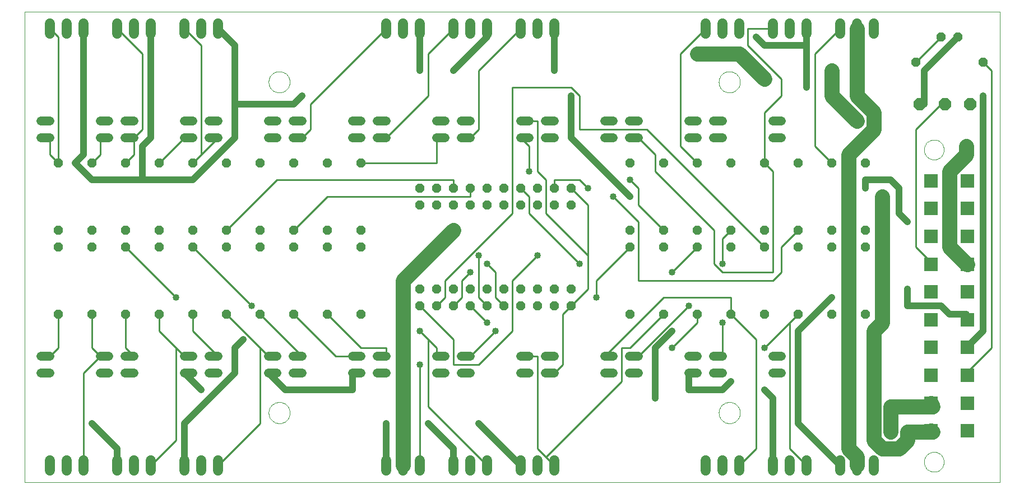
<source format=gtl>
G75*
G70*
%OFA0B0*%
%FSLAX24Y24*%
%IPPOS*%
%LPD*%
%AMOC8*
5,1,8,0,0,1.08239X$1,22.5*
%
%ADD10C,0.0000*%
%ADD11C,0.0600*%
%ADD12C,0.0520*%
%ADD13OC8,0.0520*%
%ADD14R,0.0827X0.0827*%
%ADD15OC8,0.0750*%
%ADD16OC8,0.0560*%
%ADD17C,0.0100*%
%ADD18C,0.0400*%
%ADD19C,0.0400*%
%ADD20C,0.0900*%
D10*
X002202Y004500D02*
X002202Y032500D01*
X060202Y032500D01*
X060202Y004500D01*
X002202Y004500D01*
X016729Y008634D02*
X016731Y008684D01*
X016737Y008734D01*
X016747Y008783D01*
X016761Y008831D01*
X016778Y008878D01*
X016799Y008923D01*
X016824Y008967D01*
X016852Y009008D01*
X016884Y009047D01*
X016918Y009084D01*
X016955Y009118D01*
X016995Y009148D01*
X017037Y009175D01*
X017081Y009199D01*
X017127Y009220D01*
X017174Y009236D01*
X017222Y009249D01*
X017272Y009258D01*
X017321Y009263D01*
X017372Y009264D01*
X017422Y009261D01*
X017471Y009254D01*
X017520Y009243D01*
X017568Y009228D01*
X017614Y009210D01*
X017659Y009188D01*
X017702Y009162D01*
X017743Y009133D01*
X017782Y009101D01*
X017818Y009066D01*
X017850Y009028D01*
X017880Y008988D01*
X017907Y008945D01*
X017930Y008901D01*
X017949Y008855D01*
X017965Y008807D01*
X017977Y008758D01*
X017985Y008709D01*
X017989Y008659D01*
X017989Y008609D01*
X017985Y008559D01*
X017977Y008510D01*
X017965Y008461D01*
X017949Y008413D01*
X017930Y008367D01*
X017907Y008323D01*
X017880Y008280D01*
X017850Y008240D01*
X017818Y008202D01*
X017782Y008167D01*
X017743Y008135D01*
X017702Y008106D01*
X017659Y008080D01*
X017614Y008058D01*
X017568Y008040D01*
X017520Y008025D01*
X017471Y008014D01*
X017422Y008007D01*
X017372Y008004D01*
X017321Y008005D01*
X017272Y008010D01*
X017222Y008019D01*
X017174Y008032D01*
X017127Y008048D01*
X017081Y008069D01*
X017037Y008093D01*
X016995Y008120D01*
X016955Y008150D01*
X016918Y008184D01*
X016884Y008221D01*
X016852Y008260D01*
X016824Y008301D01*
X016799Y008345D01*
X016778Y008390D01*
X016761Y008437D01*
X016747Y008485D01*
X016737Y008534D01*
X016731Y008584D01*
X016729Y008634D01*
X043501Y008634D02*
X043503Y008684D01*
X043509Y008734D01*
X043519Y008783D01*
X043533Y008831D01*
X043550Y008878D01*
X043571Y008923D01*
X043596Y008967D01*
X043624Y009008D01*
X043656Y009047D01*
X043690Y009084D01*
X043727Y009118D01*
X043767Y009148D01*
X043809Y009175D01*
X043853Y009199D01*
X043899Y009220D01*
X043946Y009236D01*
X043994Y009249D01*
X044044Y009258D01*
X044093Y009263D01*
X044144Y009264D01*
X044194Y009261D01*
X044243Y009254D01*
X044292Y009243D01*
X044340Y009228D01*
X044386Y009210D01*
X044431Y009188D01*
X044474Y009162D01*
X044515Y009133D01*
X044554Y009101D01*
X044590Y009066D01*
X044622Y009028D01*
X044652Y008988D01*
X044679Y008945D01*
X044702Y008901D01*
X044721Y008855D01*
X044737Y008807D01*
X044749Y008758D01*
X044757Y008709D01*
X044761Y008659D01*
X044761Y008609D01*
X044757Y008559D01*
X044749Y008510D01*
X044737Y008461D01*
X044721Y008413D01*
X044702Y008367D01*
X044679Y008323D01*
X044652Y008280D01*
X044622Y008240D01*
X044590Y008202D01*
X044554Y008167D01*
X044515Y008135D01*
X044474Y008106D01*
X044431Y008080D01*
X044386Y008058D01*
X044340Y008040D01*
X044292Y008025D01*
X044243Y008014D01*
X044194Y008007D01*
X044144Y008004D01*
X044093Y008005D01*
X044044Y008010D01*
X043994Y008019D01*
X043946Y008032D01*
X043899Y008048D01*
X043853Y008069D01*
X043809Y008093D01*
X043767Y008120D01*
X043727Y008150D01*
X043690Y008184D01*
X043656Y008221D01*
X043624Y008260D01*
X043596Y008301D01*
X043571Y008345D01*
X043550Y008390D01*
X043533Y008437D01*
X043519Y008485D01*
X043509Y008534D01*
X043503Y008584D01*
X043501Y008634D01*
X055709Y005709D02*
X055711Y005757D01*
X055717Y005805D01*
X055727Y005852D01*
X055740Y005898D01*
X055758Y005943D01*
X055778Y005987D01*
X055803Y006029D01*
X055831Y006068D01*
X055861Y006105D01*
X055895Y006139D01*
X055932Y006171D01*
X055970Y006200D01*
X056011Y006225D01*
X056054Y006247D01*
X056099Y006265D01*
X056145Y006279D01*
X056192Y006290D01*
X056240Y006297D01*
X056288Y006300D01*
X056336Y006299D01*
X056384Y006294D01*
X056432Y006285D01*
X056478Y006273D01*
X056523Y006256D01*
X056567Y006236D01*
X056609Y006213D01*
X056649Y006186D01*
X056687Y006156D01*
X056722Y006123D01*
X056754Y006087D01*
X056784Y006049D01*
X056810Y006008D01*
X056832Y005965D01*
X056852Y005921D01*
X056867Y005876D01*
X056879Y005829D01*
X056887Y005781D01*
X056891Y005733D01*
X056891Y005685D01*
X056887Y005637D01*
X056879Y005589D01*
X056867Y005542D01*
X056852Y005497D01*
X056832Y005453D01*
X056810Y005410D01*
X056784Y005369D01*
X056754Y005331D01*
X056722Y005295D01*
X056687Y005262D01*
X056649Y005232D01*
X056609Y005205D01*
X056567Y005182D01*
X056523Y005162D01*
X056478Y005145D01*
X056432Y005133D01*
X056384Y005124D01*
X056336Y005119D01*
X056288Y005118D01*
X056240Y005121D01*
X056192Y005128D01*
X056145Y005139D01*
X056099Y005153D01*
X056054Y005171D01*
X056011Y005193D01*
X055970Y005218D01*
X055932Y005247D01*
X055895Y005279D01*
X055861Y005313D01*
X055831Y005350D01*
X055803Y005389D01*
X055778Y005431D01*
X055758Y005475D01*
X055740Y005520D01*
X055727Y005566D01*
X055717Y005613D01*
X055711Y005661D01*
X055709Y005709D01*
X055709Y024291D02*
X055711Y024339D01*
X055717Y024387D01*
X055727Y024434D01*
X055740Y024480D01*
X055758Y024525D01*
X055778Y024569D01*
X055803Y024611D01*
X055831Y024650D01*
X055861Y024687D01*
X055895Y024721D01*
X055932Y024753D01*
X055970Y024782D01*
X056011Y024807D01*
X056054Y024829D01*
X056099Y024847D01*
X056145Y024861D01*
X056192Y024872D01*
X056240Y024879D01*
X056288Y024882D01*
X056336Y024881D01*
X056384Y024876D01*
X056432Y024867D01*
X056478Y024855D01*
X056523Y024838D01*
X056567Y024818D01*
X056609Y024795D01*
X056649Y024768D01*
X056687Y024738D01*
X056722Y024705D01*
X056754Y024669D01*
X056784Y024631D01*
X056810Y024590D01*
X056832Y024547D01*
X056852Y024503D01*
X056867Y024458D01*
X056879Y024411D01*
X056887Y024363D01*
X056891Y024315D01*
X056891Y024267D01*
X056887Y024219D01*
X056879Y024171D01*
X056867Y024124D01*
X056852Y024079D01*
X056832Y024035D01*
X056810Y023992D01*
X056784Y023951D01*
X056754Y023913D01*
X056722Y023877D01*
X056687Y023844D01*
X056649Y023814D01*
X056609Y023787D01*
X056567Y023764D01*
X056523Y023744D01*
X056478Y023727D01*
X056432Y023715D01*
X056384Y023706D01*
X056336Y023701D01*
X056288Y023700D01*
X056240Y023703D01*
X056192Y023710D01*
X056145Y023721D01*
X056099Y023735D01*
X056054Y023753D01*
X056011Y023775D01*
X055970Y023800D01*
X055932Y023829D01*
X055895Y023861D01*
X055861Y023895D01*
X055831Y023932D01*
X055803Y023971D01*
X055778Y024013D01*
X055758Y024057D01*
X055740Y024102D01*
X055727Y024148D01*
X055717Y024195D01*
X055711Y024243D01*
X055709Y024291D01*
X043501Y028319D02*
X043503Y028369D01*
X043509Y028419D01*
X043519Y028468D01*
X043533Y028516D01*
X043550Y028563D01*
X043571Y028608D01*
X043596Y028652D01*
X043624Y028693D01*
X043656Y028732D01*
X043690Y028769D01*
X043727Y028803D01*
X043767Y028833D01*
X043809Y028860D01*
X043853Y028884D01*
X043899Y028905D01*
X043946Y028921D01*
X043994Y028934D01*
X044044Y028943D01*
X044093Y028948D01*
X044144Y028949D01*
X044194Y028946D01*
X044243Y028939D01*
X044292Y028928D01*
X044340Y028913D01*
X044386Y028895D01*
X044431Y028873D01*
X044474Y028847D01*
X044515Y028818D01*
X044554Y028786D01*
X044590Y028751D01*
X044622Y028713D01*
X044652Y028673D01*
X044679Y028630D01*
X044702Y028586D01*
X044721Y028540D01*
X044737Y028492D01*
X044749Y028443D01*
X044757Y028394D01*
X044761Y028344D01*
X044761Y028294D01*
X044757Y028244D01*
X044749Y028195D01*
X044737Y028146D01*
X044721Y028098D01*
X044702Y028052D01*
X044679Y028008D01*
X044652Y027965D01*
X044622Y027925D01*
X044590Y027887D01*
X044554Y027852D01*
X044515Y027820D01*
X044474Y027791D01*
X044431Y027765D01*
X044386Y027743D01*
X044340Y027725D01*
X044292Y027710D01*
X044243Y027699D01*
X044194Y027692D01*
X044144Y027689D01*
X044093Y027690D01*
X044044Y027695D01*
X043994Y027704D01*
X043946Y027717D01*
X043899Y027733D01*
X043853Y027754D01*
X043809Y027778D01*
X043767Y027805D01*
X043727Y027835D01*
X043690Y027869D01*
X043656Y027906D01*
X043624Y027945D01*
X043596Y027986D01*
X043571Y028030D01*
X043550Y028075D01*
X043533Y028122D01*
X043519Y028170D01*
X043509Y028219D01*
X043503Y028269D01*
X043501Y028319D01*
X016729Y028319D02*
X016731Y028369D01*
X016737Y028419D01*
X016747Y028468D01*
X016761Y028516D01*
X016778Y028563D01*
X016799Y028608D01*
X016824Y028652D01*
X016852Y028693D01*
X016884Y028732D01*
X016918Y028769D01*
X016955Y028803D01*
X016995Y028833D01*
X017037Y028860D01*
X017081Y028884D01*
X017127Y028905D01*
X017174Y028921D01*
X017222Y028934D01*
X017272Y028943D01*
X017321Y028948D01*
X017372Y028949D01*
X017422Y028946D01*
X017471Y028939D01*
X017520Y028928D01*
X017568Y028913D01*
X017614Y028895D01*
X017659Y028873D01*
X017702Y028847D01*
X017743Y028818D01*
X017782Y028786D01*
X017818Y028751D01*
X017850Y028713D01*
X017880Y028673D01*
X017907Y028630D01*
X017930Y028586D01*
X017949Y028540D01*
X017965Y028492D01*
X017977Y028443D01*
X017985Y028394D01*
X017989Y028344D01*
X017989Y028294D01*
X017985Y028244D01*
X017977Y028195D01*
X017965Y028146D01*
X017949Y028098D01*
X017930Y028052D01*
X017907Y028008D01*
X017880Y027965D01*
X017850Y027925D01*
X017818Y027887D01*
X017782Y027852D01*
X017743Y027820D01*
X017702Y027791D01*
X017659Y027765D01*
X017614Y027743D01*
X017568Y027725D01*
X017520Y027710D01*
X017471Y027699D01*
X017422Y027692D01*
X017372Y027689D01*
X017321Y027690D01*
X017272Y027695D01*
X017222Y027704D01*
X017174Y027717D01*
X017127Y027733D01*
X017081Y027754D01*
X017037Y027778D01*
X016995Y027805D01*
X016955Y027835D01*
X016918Y027869D01*
X016884Y027906D01*
X016852Y027945D01*
X016824Y027986D01*
X016799Y028030D01*
X016778Y028075D01*
X016761Y028122D01*
X016747Y028170D01*
X016737Y028219D01*
X016731Y028269D01*
X016729Y028319D01*
D11*
X013702Y031200D02*
X013702Y031800D01*
X012702Y031800D02*
X012702Y031200D01*
X011702Y031200D02*
X011702Y031800D01*
X009702Y031800D02*
X009702Y031200D01*
X008702Y031200D02*
X008702Y031800D01*
X007702Y031800D02*
X007702Y031200D01*
X005702Y031200D02*
X005702Y031800D01*
X004702Y031800D02*
X004702Y031200D01*
X003702Y031200D02*
X003702Y031800D01*
X023702Y031800D02*
X023702Y031200D01*
X024702Y031200D02*
X024702Y031800D01*
X025702Y031800D02*
X025702Y031200D01*
X027702Y031200D02*
X027702Y031800D01*
X028702Y031800D02*
X028702Y031200D01*
X029702Y031200D02*
X029702Y031800D01*
X031702Y031800D02*
X031702Y031200D01*
X032702Y031200D02*
X032702Y031800D01*
X033702Y031800D02*
X033702Y031200D01*
X042702Y031200D02*
X042702Y031800D01*
X043702Y031800D02*
X043702Y031200D01*
X044702Y031200D02*
X044702Y031800D01*
X046702Y031800D02*
X046702Y031200D01*
X047702Y031200D02*
X047702Y031800D01*
X048702Y031800D02*
X048702Y031200D01*
X050702Y031200D02*
X050702Y031800D01*
X051702Y031800D02*
X051702Y031200D01*
X052702Y031200D02*
X052702Y031800D01*
X052702Y005800D02*
X052702Y005200D01*
X051702Y005200D02*
X051702Y005800D01*
X050702Y005800D02*
X050702Y005200D01*
X048702Y005200D02*
X048702Y005800D01*
X047702Y005800D02*
X047702Y005200D01*
X046702Y005200D02*
X046702Y005800D01*
X044702Y005800D02*
X044702Y005200D01*
X043702Y005200D02*
X043702Y005800D01*
X042702Y005800D02*
X042702Y005200D01*
X033702Y005200D02*
X033702Y005800D01*
X032702Y005800D02*
X032702Y005200D01*
X031702Y005200D02*
X031702Y005800D01*
X029702Y005800D02*
X029702Y005200D01*
X028702Y005200D02*
X028702Y005800D01*
X027702Y005800D02*
X027702Y005200D01*
X025702Y005200D02*
X025702Y005800D01*
X024702Y005800D02*
X024702Y005200D01*
X023702Y005200D02*
X023702Y005800D01*
X013702Y005800D02*
X013702Y005200D01*
X012702Y005200D02*
X012702Y005800D01*
X011702Y005800D02*
X011702Y005200D01*
X009702Y005200D02*
X009702Y005800D01*
X008702Y005800D02*
X008702Y005200D01*
X007702Y005200D02*
X007702Y005800D01*
X005702Y005800D02*
X005702Y005200D01*
X004702Y005200D02*
X004702Y005800D01*
X003702Y005800D02*
X003702Y005200D01*
D12*
X003702Y011000D02*
X003182Y011000D01*
X003182Y012000D02*
X003702Y012000D01*
X006702Y012000D02*
X007222Y012000D01*
X008182Y012000D02*
X008702Y012000D01*
X008702Y011000D02*
X008182Y011000D01*
X007222Y011000D02*
X006702Y011000D01*
X011702Y011000D02*
X012222Y011000D01*
X013182Y011000D02*
X013702Y011000D01*
X013702Y012000D02*
X013182Y012000D01*
X012222Y012000D02*
X011702Y012000D01*
X016702Y012000D02*
X017222Y012000D01*
X018182Y012000D02*
X018702Y012000D01*
X018702Y011000D02*
X018182Y011000D01*
X017222Y011000D02*
X016702Y011000D01*
X021702Y011000D02*
X022222Y011000D01*
X023182Y011000D02*
X023702Y011000D01*
X023702Y012000D02*
X023182Y012000D01*
X022222Y012000D02*
X021702Y012000D01*
X026702Y012000D02*
X027222Y012000D01*
X028182Y012000D02*
X028702Y012000D01*
X028702Y011000D02*
X028182Y011000D01*
X027222Y011000D02*
X026702Y011000D01*
X031702Y011000D02*
X032222Y011000D01*
X033182Y011000D02*
X033702Y011000D01*
X033702Y012000D02*
X033182Y012000D01*
X032222Y012000D02*
X031702Y012000D01*
X036702Y012000D02*
X037222Y012000D01*
X038182Y012000D02*
X038702Y012000D01*
X038702Y011000D02*
X038182Y011000D01*
X037222Y011000D02*
X036702Y011000D01*
X041702Y011000D02*
X042222Y011000D01*
X043182Y011000D02*
X043702Y011000D01*
X043702Y012000D02*
X043182Y012000D01*
X042222Y012000D02*
X041702Y012000D01*
X046702Y012000D02*
X047222Y012000D01*
X047222Y011000D02*
X046702Y011000D01*
X046702Y025000D02*
X047222Y025000D01*
X047222Y026000D02*
X046702Y026000D01*
X043702Y026000D02*
X043182Y026000D01*
X042222Y026000D02*
X041702Y026000D01*
X041702Y025000D02*
X042222Y025000D01*
X043182Y025000D02*
X043702Y025000D01*
X038702Y025000D02*
X038182Y025000D01*
X037222Y025000D02*
X036702Y025000D01*
X036702Y026000D02*
X037222Y026000D01*
X038182Y026000D02*
X038702Y026000D01*
X033702Y026000D02*
X033182Y026000D01*
X032222Y026000D02*
X031702Y026000D01*
X031702Y025000D02*
X032222Y025000D01*
X033182Y025000D02*
X033702Y025000D01*
X028702Y025000D02*
X028182Y025000D01*
X027222Y025000D02*
X026702Y025000D01*
X026702Y026000D02*
X027222Y026000D01*
X028182Y026000D02*
X028702Y026000D01*
X023702Y026000D02*
X023182Y026000D01*
X022222Y026000D02*
X021702Y026000D01*
X021702Y025000D02*
X022222Y025000D01*
X023182Y025000D02*
X023702Y025000D01*
X018702Y025000D02*
X018182Y025000D01*
X017222Y025000D02*
X016702Y025000D01*
X016702Y026000D02*
X017222Y026000D01*
X018182Y026000D02*
X018702Y026000D01*
X013702Y026000D02*
X013182Y026000D01*
X012222Y026000D02*
X011702Y026000D01*
X011702Y025000D02*
X012222Y025000D01*
X013182Y025000D02*
X013702Y025000D01*
X008702Y025000D02*
X008182Y025000D01*
X007222Y025000D02*
X006702Y025000D01*
X006702Y026000D02*
X007222Y026000D01*
X008182Y026000D02*
X008702Y026000D01*
X003702Y026000D02*
X003182Y026000D01*
X003182Y025000D02*
X003702Y025000D01*
D13*
X004202Y023500D03*
X006202Y023500D03*
X008202Y023500D03*
X010202Y023500D03*
X012202Y023500D03*
X014202Y023500D03*
X016202Y023500D03*
X018202Y023500D03*
X020202Y023500D03*
X022202Y023500D03*
X022202Y019500D03*
X022202Y018500D03*
X020202Y018500D03*
X020202Y019500D03*
X018202Y019500D03*
X018202Y018500D03*
X016202Y018500D03*
X016202Y019500D03*
X014202Y019500D03*
X014202Y018500D03*
X012202Y018500D03*
X012202Y019500D03*
X010202Y019500D03*
X010202Y018500D03*
X008202Y018500D03*
X008202Y019500D03*
X006202Y019500D03*
X006202Y018500D03*
X004202Y018500D03*
X004202Y019500D03*
X004202Y014500D03*
X006202Y014500D03*
X008202Y014500D03*
X010202Y014500D03*
X012202Y014500D03*
X014202Y014500D03*
X016202Y014500D03*
X018202Y014500D03*
X020202Y014500D03*
X022202Y014500D03*
X038202Y014500D03*
X040202Y014500D03*
X042202Y014500D03*
X044202Y014500D03*
X046202Y014500D03*
X048202Y014500D03*
X050202Y014500D03*
X052202Y014500D03*
X052202Y018500D03*
X052202Y019500D03*
X050202Y019500D03*
X050202Y018500D03*
X048202Y018500D03*
X048202Y019500D03*
X046202Y019500D03*
X046202Y018500D03*
X044202Y018500D03*
X044202Y019500D03*
X042202Y019500D03*
X042202Y018500D03*
X040202Y018500D03*
X040202Y019500D03*
X038202Y019500D03*
X038202Y018500D03*
X038202Y023500D03*
X040202Y023500D03*
X042202Y023500D03*
X044202Y023500D03*
X046202Y023500D03*
X048202Y023500D03*
X050202Y023500D03*
X052202Y023500D03*
X055202Y029500D03*
X056702Y031000D03*
X057702Y031000D03*
X059202Y029500D03*
D14*
X058284Y022441D03*
X056119Y022441D03*
X056119Y020787D03*
X058284Y020787D03*
X058284Y019134D03*
X056119Y019134D03*
X056119Y017480D03*
X058284Y017480D03*
X058284Y015827D03*
X056119Y015827D03*
X056119Y014173D03*
X058284Y014173D03*
X058284Y012520D03*
X056119Y012520D03*
X056119Y010866D03*
X058284Y010866D03*
X058284Y009213D03*
X056119Y009213D03*
X056119Y007559D03*
X058284Y007559D03*
D15*
X058452Y027000D03*
X056952Y027000D03*
X055452Y027000D03*
D16*
X034702Y022000D03*
X033702Y022000D03*
X032702Y022000D03*
X031702Y022000D03*
X030702Y022000D03*
X029702Y022000D03*
X028702Y022000D03*
X027702Y022000D03*
X026702Y022000D03*
X025702Y022000D03*
X025702Y021000D03*
X026702Y021000D03*
X027702Y021000D03*
X028702Y021000D03*
X029702Y021000D03*
X030702Y021000D03*
X031702Y021000D03*
X032702Y021000D03*
X033702Y021000D03*
X034702Y021000D03*
X034702Y016000D03*
X033702Y016000D03*
X032702Y016000D03*
X031702Y016000D03*
X030702Y016000D03*
X029702Y016000D03*
X028702Y016000D03*
X027702Y016000D03*
X026702Y016000D03*
X025702Y016000D03*
X025702Y015000D03*
X026702Y015000D03*
X027702Y015000D03*
X028702Y015000D03*
X029702Y015000D03*
X030702Y015000D03*
X031702Y015000D03*
X032702Y015000D03*
X033702Y015000D03*
X034702Y015000D03*
D17*
X035702Y016000D01*
X035702Y018000D01*
X033202Y020500D01*
X033202Y022500D01*
X032702Y023000D01*
X032702Y026000D01*
X031702Y026000D01*
X031702Y025000D02*
X032202Y024500D01*
X032202Y023000D01*
X033702Y022500D02*
X033702Y022000D01*
X033702Y022500D02*
X035202Y022500D01*
X035702Y022000D01*
X035702Y021000D02*
X034702Y022000D01*
X035702Y021000D02*
X035702Y018000D01*
X035202Y017500D02*
X032202Y020500D01*
X032202Y021500D01*
X031702Y022000D01*
X031202Y020500D02*
X027202Y016500D01*
X027202Y015500D01*
X026702Y015000D01*
X027702Y015000D02*
X028202Y015500D01*
X028202Y016500D01*
X028702Y017000D01*
X029702Y017500D02*
X030202Y017000D01*
X030202Y015500D01*
X030702Y015000D01*
X029702Y015000D02*
X029202Y015500D01*
X029202Y018000D01*
X031202Y016500D02*
X031202Y013500D01*
X029202Y011500D01*
X027702Y011500D01*
X027702Y013000D01*
X025702Y015000D01*
X025702Y013500D02*
X026202Y013000D01*
X026202Y009000D01*
X029702Y005500D01*
X032702Y006500D02*
X033202Y006000D01*
X037702Y010500D01*
X037702Y012500D01*
X038202Y012500D01*
X040202Y014500D01*
X040202Y015500D02*
X044202Y015500D01*
X044202Y014500D01*
X045702Y013000D01*
X045702Y006500D01*
X044702Y005500D01*
X047702Y006500D02*
X047702Y014000D01*
X046202Y012500D01*
X047702Y014000D02*
X048202Y014500D01*
X046702Y016500D02*
X038702Y016500D01*
X038702Y020000D01*
X037202Y021500D01*
X038202Y022500D02*
X038702Y022000D01*
X038702Y021000D01*
X040202Y019500D01*
X042202Y018500D02*
X040702Y017000D01*
X040202Y015500D02*
X036702Y012000D01*
X038702Y012000D02*
X041702Y015000D01*
X042202Y014500D02*
X042202Y014000D01*
X040702Y012500D01*
X043702Y012000D02*
X043702Y014000D01*
X046702Y016500D02*
X047202Y017000D01*
X047202Y018500D01*
X048202Y019500D01*
X046202Y018500D02*
X039202Y025500D01*
X035202Y025500D01*
X035202Y027500D01*
X034702Y028000D01*
X031202Y028000D01*
X031202Y020500D01*
X028702Y021500D02*
X028702Y022000D01*
X028702Y021500D02*
X020202Y021500D01*
X018202Y019500D01*
X017202Y022500D02*
X014202Y019500D01*
X012202Y018500D02*
X015702Y015000D01*
X016202Y014500D02*
X018702Y012000D01*
X020702Y012000D02*
X021702Y012000D01*
X022202Y012500D02*
X023702Y012500D01*
X023702Y012000D01*
X022202Y012500D02*
X020202Y014500D01*
X018202Y014500D02*
X020702Y012000D01*
X016702Y012000D02*
X016202Y012500D01*
X016202Y008000D01*
X013702Y005500D01*
X011202Y007000D02*
X011202Y012500D01*
X011702Y012000D01*
X011202Y012500D02*
X010202Y013500D01*
X010202Y014500D01*
X011202Y015500D02*
X008202Y018500D01*
X008202Y014500D02*
X008202Y012500D01*
X008702Y012000D01*
X006702Y012000D02*
X005702Y011000D01*
X005702Y005500D01*
X009702Y005500D02*
X011202Y007000D01*
X013702Y012000D02*
X012202Y013500D01*
X012202Y014500D01*
X014202Y014500D02*
X016202Y012500D01*
X006702Y012000D02*
X006202Y012500D01*
X006202Y014500D01*
X004202Y014500D02*
X004202Y012500D01*
X003702Y012000D01*
X017202Y022500D02*
X027702Y022500D01*
X027702Y022000D01*
X026702Y023500D02*
X026702Y025000D01*
X028702Y025000D02*
X029202Y025500D01*
X029202Y029000D01*
X031702Y031500D01*
X027702Y031500D02*
X026202Y030000D01*
X026202Y027500D01*
X023702Y025000D01*
X022202Y023500D02*
X026702Y023500D01*
X019202Y025500D02*
X018702Y025000D01*
X019202Y025500D02*
X019202Y027000D01*
X023702Y031500D01*
X012702Y030500D02*
X012702Y024000D01*
X012202Y023500D01*
X012702Y024000D02*
X013702Y025000D01*
X011702Y025000D02*
X010202Y023500D01*
X008702Y024000D02*
X008702Y025000D01*
X009202Y025500D01*
X009202Y030000D01*
X007702Y031500D01*
X004202Y031000D02*
X004202Y023500D01*
X003702Y024000D01*
X003702Y025000D01*
X006202Y023500D02*
X006702Y024000D01*
X006702Y025000D01*
X008202Y023500D02*
X008702Y024000D01*
X012702Y030500D02*
X011702Y031500D01*
X004202Y031000D02*
X003702Y031500D01*
X028702Y015000D02*
X029702Y014000D01*
X030202Y013500D02*
X028702Y012000D01*
X026702Y012000D02*
X026702Y012500D01*
X026202Y013000D01*
X025702Y011500D02*
X025702Y005500D01*
X032702Y006500D02*
X032702Y012000D01*
X031702Y012000D01*
X033702Y011000D02*
X034202Y011500D01*
X034202Y014500D01*
X034702Y015000D01*
X036202Y015500D02*
X036202Y016500D01*
X038202Y018500D01*
X039702Y023000D02*
X043202Y019500D01*
X043202Y017500D01*
X043702Y017000D01*
X046702Y017000D01*
X046702Y023000D01*
X046202Y023500D01*
X046202Y026500D01*
X047202Y027500D01*
X047202Y028500D01*
X045202Y030500D01*
X045202Y031500D01*
X046702Y031500D01*
X049202Y030000D02*
X049202Y024500D01*
X050202Y023500D01*
X055202Y025500D02*
X055202Y018500D01*
X056202Y017500D01*
X056119Y017480D01*
X059702Y012500D02*
X058202Y011000D01*
X058284Y010866D01*
X059702Y012500D02*
X059702Y029000D01*
X059202Y029500D01*
X056702Y031000D02*
X055202Y029500D01*
X056702Y027000D02*
X056952Y027000D01*
X056702Y027000D02*
X055202Y025500D01*
X049202Y030000D02*
X050702Y031500D01*
X042702Y031500D02*
X041202Y030000D01*
X041202Y024500D01*
X042202Y023500D01*
X039702Y023000D02*
X039702Y024000D01*
X038702Y025000D01*
X044202Y019500D02*
X043702Y019000D01*
X043702Y017500D01*
X032702Y018000D02*
X031202Y016500D01*
X033202Y006000D02*
X033702Y005500D01*
X047702Y006500D02*
X048702Y005500D01*
D18*
X048202Y008000D03*
X046202Y010000D03*
X044202Y010500D03*
X046202Y012500D03*
X043702Y014000D03*
X041702Y015000D03*
X040702Y013500D03*
X040702Y012500D03*
X039702Y009500D03*
X030202Y013500D03*
X029702Y014000D03*
X025702Y013500D03*
X025702Y011500D03*
X026202Y008000D03*
X023702Y008000D03*
X029202Y008000D03*
X036202Y015500D03*
X035202Y017500D03*
X032702Y018000D03*
X029702Y017500D03*
X029202Y018000D03*
X028702Y017000D03*
X027702Y019500D03*
X032202Y023000D03*
X035702Y022000D03*
X037202Y021500D03*
X038202Y021500D03*
X038202Y022500D03*
X043702Y017500D03*
X040702Y017000D03*
X050202Y015500D03*
X054702Y016000D03*
X054702Y020000D03*
X053202Y021500D03*
X052202Y022000D03*
X058202Y024500D03*
X059202Y027500D03*
X051702Y026000D03*
X048702Y028000D03*
X050202Y029000D03*
X046202Y028500D03*
X045702Y031000D03*
X042202Y030000D03*
X034702Y027500D03*
X033702Y029000D03*
X027702Y029000D03*
X025702Y029000D03*
X018702Y027500D03*
X011202Y015500D03*
X015202Y013000D03*
X015702Y015000D03*
X012702Y010000D03*
X011702Y008000D03*
X006202Y008000D03*
X053702Y007500D03*
D19*
X050702Y005500D02*
X048202Y008000D01*
X048202Y013500D01*
X050202Y015500D01*
X054702Y016000D02*
X054702Y015000D01*
X056702Y015000D01*
X057202Y014500D01*
X058202Y014500D01*
X058284Y014173D01*
X059202Y013500D02*
X059202Y027500D01*
X055702Y027000D02*
X055452Y027000D01*
X055702Y027000D02*
X055702Y029000D01*
X057702Y031000D01*
X048702Y030500D02*
X048702Y028000D01*
X048702Y030500D02*
X046202Y030500D01*
X045702Y031000D01*
X048702Y031500D02*
X048702Y030500D01*
X052202Y022500D02*
X052202Y022000D01*
X052202Y022500D02*
X053702Y022500D01*
X054202Y022000D01*
X054202Y020500D01*
X054702Y020000D01*
X059202Y013500D02*
X058202Y012500D01*
X058284Y012520D01*
X046702Y009500D02*
X046702Y005500D01*
X046702Y009500D02*
X046202Y010000D01*
X044202Y010500D02*
X043702Y010000D01*
X041702Y010000D01*
X041702Y011000D01*
X039702Y009500D02*
X039702Y012500D01*
X040702Y013500D01*
X031702Y005500D02*
X029202Y008000D01*
X027702Y006500D02*
X027702Y005500D01*
X027702Y006500D02*
X026202Y008000D01*
X023702Y008000D02*
X023702Y005500D01*
X021702Y010000D02*
X017702Y010000D01*
X016702Y011000D01*
X014702Y011000D02*
X011702Y008000D01*
X011702Y005500D01*
X007702Y005500D02*
X007702Y006500D01*
X006202Y008000D01*
X011702Y011000D02*
X012702Y010000D01*
X014702Y011000D02*
X014702Y012500D01*
X015202Y013000D01*
X021702Y011000D02*
X021702Y010000D01*
X034702Y025000D02*
X038202Y021500D01*
X034702Y025000D02*
X034702Y027500D01*
X033702Y029000D02*
X033702Y031500D01*
X029702Y031500D02*
X029702Y031000D01*
X027702Y029000D01*
X025702Y029000D02*
X025702Y031500D01*
X018702Y027500D02*
X018202Y027000D01*
X014702Y027000D01*
X014702Y030500D01*
X013702Y031500D01*
X009702Y031500D02*
X009702Y025000D01*
X009202Y024500D01*
X009202Y022500D01*
X012202Y022500D01*
X014702Y025000D01*
X014702Y027000D01*
X009202Y022500D02*
X006202Y022500D01*
X005202Y023500D01*
X005702Y024000D01*
X005702Y031500D01*
D20*
X024702Y016500D02*
X027702Y019500D01*
X024702Y016500D02*
X024702Y005500D01*
X051202Y006500D02*
X051702Y006000D01*
X051702Y005500D01*
X051202Y006500D02*
X051202Y024000D01*
X052702Y025500D01*
X052702Y026500D01*
X051702Y027500D01*
X051702Y031500D01*
X050202Y029000D02*
X050202Y027500D01*
X051702Y026000D01*
X046202Y028500D02*
X044702Y030000D01*
X042202Y030000D01*
X053202Y021500D02*
X053202Y014000D01*
X052702Y013500D01*
X052702Y007000D01*
X053202Y006500D01*
X054202Y006500D01*
X054702Y007000D01*
X054702Y007500D01*
X056202Y007500D01*
X056119Y007559D01*
X056202Y009000D02*
X053702Y009000D01*
X053702Y007500D01*
X056202Y009000D02*
X056119Y009213D01*
X058202Y017500D02*
X058284Y017480D01*
X058202Y017500D02*
X057202Y018500D01*
X057202Y023000D01*
X058202Y024000D01*
X058202Y024500D01*
M02*

</source>
